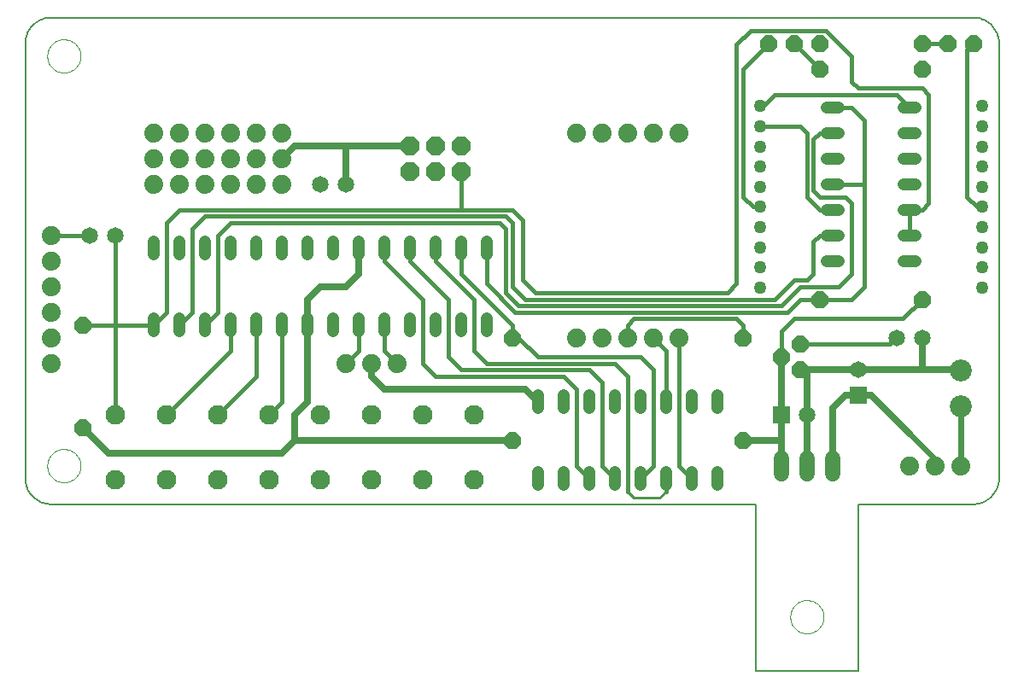
<source format=gtl>
G75*
G70*
%OFA0B0*%
%FSLAX24Y24*%
%IPPOS*%
%LPD*%
%AMOC8*
5,1,8,0,0,1.08239X$1,22.5*
%
%ADD10C,0.0080*%
%ADD11C,0.0480*%
%ADD12C,0.0740*%
%ADD13OC8,0.0660*%
%ADD14C,0.0600*%
%ADD15C,0.0000*%
%ADD16C,0.0650*%
%ADD17R,0.0650X0.0650*%
%ADD18C,0.0500*%
%ADD19C,0.0860*%
%ADD20C,0.0768*%
%ADD21OC8,0.0740*%
%ADD22C,0.0250*%
%ADD23C,0.0160*%
%ADD24C,0.0240*%
%ADD25C,0.0100*%
D10*
X002367Y006640D02*
X029867Y006640D01*
X029867Y000140D01*
X033867Y000140D01*
X033867Y006640D01*
X038367Y006640D01*
X038427Y006642D01*
X038488Y006647D01*
X038547Y006656D01*
X038606Y006669D01*
X038665Y006685D01*
X038722Y006705D01*
X038777Y006728D01*
X038832Y006755D01*
X038884Y006784D01*
X038935Y006817D01*
X038984Y006853D01*
X039030Y006891D01*
X039074Y006933D01*
X039116Y006977D01*
X039154Y007023D01*
X039190Y007072D01*
X039223Y007123D01*
X039252Y007175D01*
X039279Y007230D01*
X039302Y007285D01*
X039322Y007342D01*
X039338Y007401D01*
X039351Y007460D01*
X039360Y007519D01*
X039365Y007580D01*
X039367Y007640D01*
X039367Y024640D01*
X039365Y024700D01*
X039360Y024761D01*
X039351Y024820D01*
X039338Y024879D01*
X039322Y024938D01*
X039302Y024995D01*
X039279Y025050D01*
X039252Y025105D01*
X039223Y025157D01*
X039190Y025208D01*
X039154Y025257D01*
X039116Y025303D01*
X039074Y025347D01*
X039030Y025389D01*
X038984Y025427D01*
X038935Y025463D01*
X038884Y025496D01*
X038832Y025525D01*
X038777Y025552D01*
X038722Y025575D01*
X038665Y025595D01*
X038606Y025611D01*
X038547Y025624D01*
X038488Y025633D01*
X038427Y025638D01*
X038367Y025640D01*
X002367Y025640D01*
X002307Y025638D01*
X002246Y025633D01*
X002187Y025624D01*
X002128Y025611D01*
X002069Y025595D01*
X002012Y025575D01*
X001957Y025552D01*
X001902Y025525D01*
X001850Y025496D01*
X001799Y025463D01*
X001750Y025427D01*
X001704Y025389D01*
X001660Y025347D01*
X001618Y025303D01*
X001580Y025257D01*
X001544Y025208D01*
X001511Y025157D01*
X001482Y025105D01*
X001455Y025050D01*
X001432Y024995D01*
X001412Y024938D01*
X001396Y024879D01*
X001383Y024820D01*
X001374Y024761D01*
X001369Y024700D01*
X001367Y024640D01*
X001367Y007640D01*
X001369Y007580D01*
X001374Y007519D01*
X001383Y007460D01*
X001396Y007401D01*
X001412Y007342D01*
X001432Y007285D01*
X001455Y007230D01*
X001482Y007175D01*
X001511Y007123D01*
X001544Y007072D01*
X001580Y007023D01*
X001618Y006977D01*
X001660Y006933D01*
X001704Y006891D01*
X001750Y006853D01*
X001799Y006817D01*
X001850Y006784D01*
X001902Y006755D01*
X001957Y006728D01*
X002012Y006705D01*
X002069Y006685D01*
X002128Y006669D01*
X002187Y006656D01*
X002246Y006647D01*
X002307Y006642D01*
X002367Y006640D01*
D11*
X006367Y013400D02*
X006367Y013880D01*
X007367Y013880D02*
X007367Y013400D01*
X008367Y013400D02*
X008367Y013880D01*
X009367Y013880D02*
X009367Y013400D01*
X010367Y013400D02*
X010367Y013880D01*
X011367Y013880D02*
X011367Y013400D01*
X012367Y013400D02*
X012367Y013880D01*
X013367Y013880D02*
X013367Y013400D01*
X014367Y013400D02*
X014367Y013880D01*
X015367Y013880D02*
X015367Y013400D01*
X016367Y013400D02*
X016367Y013880D01*
X017367Y013880D02*
X017367Y013400D01*
X018367Y013400D02*
X018367Y013880D01*
X019367Y013880D02*
X019367Y013400D01*
X021367Y010880D02*
X021367Y010400D01*
X022367Y010400D02*
X022367Y010880D01*
X023367Y010880D02*
X023367Y010400D01*
X024367Y010400D02*
X024367Y010880D01*
X025367Y010880D02*
X025367Y010400D01*
X026367Y010400D02*
X026367Y010880D01*
X027367Y010880D02*
X027367Y010400D01*
X028367Y010400D02*
X028367Y010880D01*
X028367Y007880D02*
X028367Y007400D01*
X027367Y007400D02*
X027367Y007880D01*
X026367Y007880D02*
X026367Y007400D01*
X025367Y007400D02*
X025367Y007880D01*
X024367Y007880D02*
X024367Y007400D01*
X023367Y007400D02*
X023367Y007880D01*
X022367Y007880D02*
X022367Y007400D01*
X021367Y007400D02*
X021367Y007880D01*
X032627Y016140D02*
X033107Y016140D01*
X033107Y017140D02*
X032627Y017140D01*
X032627Y018140D02*
X033107Y018140D01*
X033107Y019140D02*
X032627Y019140D01*
X032627Y020140D02*
X033107Y020140D01*
X033107Y021140D02*
X032627Y021140D01*
X032627Y022140D02*
X033107Y022140D01*
X035627Y022140D02*
X036107Y022140D01*
X036107Y021140D02*
X035627Y021140D01*
X035627Y020140D02*
X036107Y020140D01*
X036107Y019140D02*
X035627Y019140D01*
X035627Y018140D02*
X036107Y018140D01*
X036107Y017140D02*
X035627Y017140D01*
X035627Y016140D02*
X036107Y016140D01*
X019367Y016400D02*
X019367Y016880D01*
X018367Y016880D02*
X018367Y016400D01*
X017367Y016400D02*
X017367Y016880D01*
X016367Y016880D02*
X016367Y016400D01*
X015367Y016400D02*
X015367Y016880D01*
X014367Y016880D02*
X014367Y016400D01*
X013367Y016400D02*
X013367Y016880D01*
X012367Y016880D02*
X012367Y016400D01*
X011367Y016400D02*
X011367Y016880D01*
X010367Y016880D02*
X010367Y016400D01*
X009367Y016400D02*
X009367Y016880D01*
X008367Y016880D02*
X008367Y016400D01*
X007367Y016400D02*
X007367Y016880D01*
X006367Y016880D02*
X006367Y016400D01*
D12*
X006367Y019140D03*
X007367Y019140D03*
X008367Y019140D03*
X009367Y019140D03*
X010367Y019140D03*
X011367Y019140D03*
X011367Y020140D03*
X010367Y020140D03*
X009367Y020140D03*
X008367Y020140D03*
X007367Y020140D03*
X006367Y020140D03*
X006367Y021140D03*
X007367Y021140D03*
X008367Y021140D03*
X009367Y021140D03*
X010367Y021140D03*
X011367Y021140D03*
X002367Y017140D03*
X002367Y016140D03*
X002367Y015140D03*
X002367Y014140D03*
X002367Y013140D03*
X002367Y012140D03*
X013867Y012140D03*
X014867Y012140D03*
X015867Y012140D03*
X022867Y013140D03*
X023867Y013140D03*
X024867Y013140D03*
X025867Y013140D03*
X026867Y013140D03*
X035867Y008140D03*
X036867Y008140D03*
X037867Y008140D03*
X026867Y021140D03*
X025867Y021140D03*
X024867Y021140D03*
X023867Y021140D03*
X022867Y021140D03*
D13*
X030367Y024640D03*
X031367Y024640D03*
X032367Y024640D03*
X032367Y023640D03*
X036367Y023640D03*
X036367Y024640D03*
X037367Y024640D03*
X038367Y024640D03*
X036367Y014640D03*
X032367Y014640D03*
X031617Y012890D03*
X030867Y012390D03*
X031617Y011890D03*
X029367Y013140D03*
X029367Y009140D03*
X020367Y009140D03*
X020367Y013140D03*
X003617Y013640D03*
X003617Y009640D03*
D14*
X030867Y008440D02*
X030867Y007840D01*
X031867Y007840D02*
X031867Y008440D01*
X032867Y008440D02*
X032867Y007840D01*
D15*
X031217Y002240D02*
X031219Y002290D01*
X031225Y002340D01*
X031235Y002390D01*
X031248Y002438D01*
X031265Y002486D01*
X031286Y002532D01*
X031310Y002576D01*
X031338Y002618D01*
X031369Y002658D01*
X031403Y002695D01*
X031440Y002730D01*
X031479Y002761D01*
X031520Y002790D01*
X031564Y002815D01*
X031610Y002837D01*
X031657Y002855D01*
X031705Y002869D01*
X031754Y002880D01*
X031804Y002887D01*
X031854Y002890D01*
X031905Y002889D01*
X031955Y002884D01*
X032005Y002875D01*
X032053Y002863D01*
X032101Y002846D01*
X032147Y002826D01*
X032192Y002803D01*
X032235Y002776D01*
X032275Y002746D01*
X032313Y002713D01*
X032348Y002677D01*
X032381Y002638D01*
X032410Y002597D01*
X032436Y002554D01*
X032459Y002509D01*
X032478Y002462D01*
X032493Y002414D01*
X032505Y002365D01*
X032513Y002315D01*
X032517Y002265D01*
X032517Y002215D01*
X032513Y002165D01*
X032505Y002115D01*
X032493Y002066D01*
X032478Y002018D01*
X032459Y001971D01*
X032436Y001926D01*
X032410Y001883D01*
X032381Y001842D01*
X032348Y001803D01*
X032313Y001767D01*
X032275Y001734D01*
X032235Y001704D01*
X032192Y001677D01*
X032147Y001654D01*
X032101Y001634D01*
X032053Y001617D01*
X032005Y001605D01*
X031955Y001596D01*
X031905Y001591D01*
X031854Y001590D01*
X031804Y001593D01*
X031754Y001600D01*
X031705Y001611D01*
X031657Y001625D01*
X031610Y001643D01*
X031564Y001665D01*
X031520Y001690D01*
X031479Y001719D01*
X031440Y001750D01*
X031403Y001785D01*
X031369Y001822D01*
X031338Y001862D01*
X031310Y001904D01*
X031286Y001948D01*
X031265Y001994D01*
X031248Y002042D01*
X031235Y002090D01*
X031225Y002140D01*
X031219Y002190D01*
X031217Y002240D01*
X002217Y008140D02*
X002219Y008190D01*
X002225Y008240D01*
X002235Y008290D01*
X002248Y008338D01*
X002265Y008386D01*
X002286Y008432D01*
X002310Y008476D01*
X002338Y008518D01*
X002369Y008558D01*
X002403Y008595D01*
X002440Y008630D01*
X002479Y008661D01*
X002520Y008690D01*
X002564Y008715D01*
X002610Y008737D01*
X002657Y008755D01*
X002705Y008769D01*
X002754Y008780D01*
X002804Y008787D01*
X002854Y008790D01*
X002905Y008789D01*
X002955Y008784D01*
X003005Y008775D01*
X003053Y008763D01*
X003101Y008746D01*
X003147Y008726D01*
X003192Y008703D01*
X003235Y008676D01*
X003275Y008646D01*
X003313Y008613D01*
X003348Y008577D01*
X003381Y008538D01*
X003410Y008497D01*
X003436Y008454D01*
X003459Y008409D01*
X003478Y008362D01*
X003493Y008314D01*
X003505Y008265D01*
X003513Y008215D01*
X003517Y008165D01*
X003517Y008115D01*
X003513Y008065D01*
X003505Y008015D01*
X003493Y007966D01*
X003478Y007918D01*
X003459Y007871D01*
X003436Y007826D01*
X003410Y007783D01*
X003381Y007742D01*
X003348Y007703D01*
X003313Y007667D01*
X003275Y007634D01*
X003235Y007604D01*
X003192Y007577D01*
X003147Y007554D01*
X003101Y007534D01*
X003053Y007517D01*
X003005Y007505D01*
X002955Y007496D01*
X002905Y007491D01*
X002854Y007490D01*
X002804Y007493D01*
X002754Y007500D01*
X002705Y007511D01*
X002657Y007525D01*
X002610Y007543D01*
X002564Y007565D01*
X002520Y007590D01*
X002479Y007619D01*
X002440Y007650D01*
X002403Y007685D01*
X002369Y007722D01*
X002338Y007762D01*
X002310Y007804D01*
X002286Y007848D01*
X002265Y007894D01*
X002248Y007942D01*
X002235Y007990D01*
X002225Y008040D01*
X002219Y008090D01*
X002217Y008140D01*
X002217Y024140D02*
X002219Y024190D01*
X002225Y024240D01*
X002235Y024290D01*
X002248Y024338D01*
X002265Y024386D01*
X002286Y024432D01*
X002310Y024476D01*
X002338Y024518D01*
X002369Y024558D01*
X002403Y024595D01*
X002440Y024630D01*
X002479Y024661D01*
X002520Y024690D01*
X002564Y024715D01*
X002610Y024737D01*
X002657Y024755D01*
X002705Y024769D01*
X002754Y024780D01*
X002804Y024787D01*
X002854Y024790D01*
X002905Y024789D01*
X002955Y024784D01*
X003005Y024775D01*
X003053Y024763D01*
X003101Y024746D01*
X003147Y024726D01*
X003192Y024703D01*
X003235Y024676D01*
X003275Y024646D01*
X003313Y024613D01*
X003348Y024577D01*
X003381Y024538D01*
X003410Y024497D01*
X003436Y024454D01*
X003459Y024409D01*
X003478Y024362D01*
X003493Y024314D01*
X003505Y024265D01*
X003513Y024215D01*
X003517Y024165D01*
X003517Y024115D01*
X003513Y024065D01*
X003505Y024015D01*
X003493Y023966D01*
X003478Y023918D01*
X003459Y023871D01*
X003436Y023826D01*
X003410Y023783D01*
X003381Y023742D01*
X003348Y023703D01*
X003313Y023667D01*
X003275Y023634D01*
X003235Y023604D01*
X003192Y023577D01*
X003147Y023554D01*
X003101Y023534D01*
X003053Y023517D01*
X003005Y023505D01*
X002955Y023496D01*
X002905Y023491D01*
X002854Y023490D01*
X002804Y023493D01*
X002754Y023500D01*
X002705Y023511D01*
X002657Y023525D01*
X002610Y023543D01*
X002564Y023565D01*
X002520Y023590D01*
X002479Y023619D01*
X002440Y023650D01*
X002403Y023685D01*
X002369Y023722D01*
X002338Y023762D01*
X002310Y023804D01*
X002286Y023848D01*
X002265Y023894D01*
X002248Y023942D01*
X002235Y023990D01*
X002225Y024040D01*
X002219Y024090D01*
X002217Y024140D01*
D16*
X003867Y017140D03*
X004867Y017140D03*
X012867Y019140D03*
X013867Y019140D03*
X031867Y010140D03*
X033867Y011890D03*
X035367Y013140D03*
X036367Y013140D03*
D17*
X033867Y010890D03*
X030867Y010140D03*
D18*
X030036Y015097D03*
X030036Y015884D03*
X030036Y016671D03*
X030036Y017459D03*
X030036Y018246D03*
X030036Y019034D03*
X030036Y019821D03*
X030036Y020609D03*
X030036Y021396D03*
X030036Y022183D03*
X038697Y022183D03*
X038697Y021396D03*
X038697Y020609D03*
X038697Y019821D03*
X038697Y019034D03*
X038697Y018246D03*
X038697Y017459D03*
X038697Y016671D03*
X038697Y015884D03*
X038697Y015097D03*
D19*
X037867Y011849D03*
X037867Y010471D03*
D20*
X018867Y010140D03*
X016867Y010140D03*
X014867Y010140D03*
X012867Y010140D03*
X010867Y010140D03*
X008867Y010140D03*
X006867Y010140D03*
X004867Y010140D03*
X004867Y007581D03*
X006867Y007581D03*
X008867Y007581D03*
X010867Y007581D03*
X012867Y007581D03*
X014867Y007581D03*
X016867Y007581D03*
X018867Y007581D03*
D21*
X018367Y019640D03*
X018367Y020640D03*
X017367Y020640D03*
X016367Y020640D03*
X016367Y019640D03*
X017367Y019640D03*
D22*
X016367Y020640D02*
X013867Y020640D01*
X013867Y019140D01*
X013867Y020640D02*
X011867Y020640D01*
X011367Y020140D01*
X014367Y016640D02*
X014367Y015640D01*
X013867Y015140D01*
X012867Y015140D01*
X012367Y014640D01*
X012367Y013640D01*
X012367Y010640D01*
X011867Y010140D01*
X011867Y009140D01*
X020367Y009140D01*
X021367Y010640D02*
X020867Y011140D01*
X015367Y011140D01*
X014867Y011640D01*
X014867Y012140D01*
X011867Y009140D02*
X011367Y008640D01*
X004617Y008640D01*
X003617Y009640D01*
X029367Y009140D02*
X030867Y009140D01*
X030867Y010140D01*
X030867Y012390D01*
X031617Y011890D02*
X031867Y011890D01*
X033867Y011890D01*
X036367Y011890D01*
X037825Y011890D01*
X037867Y011849D01*
X036367Y011890D02*
X036367Y013140D01*
X034367Y010890D02*
X033867Y010890D01*
X033367Y010890D01*
X032867Y010390D01*
X032867Y008140D01*
X031867Y008140D02*
X031867Y010140D01*
X031867Y011890D01*
X034367Y010890D02*
X035867Y009390D01*
X030867Y009140D02*
X030867Y008140D01*
D23*
X027367Y007640D02*
X026867Y008140D01*
X026867Y013140D01*
X026367Y012640D02*
X025867Y013140D01*
X026367Y012640D02*
X026367Y010640D01*
X024867Y011640D02*
X024867Y007140D01*
X025367Y007640D02*
X025867Y008140D01*
X025867Y011890D01*
X025367Y012390D01*
X021367Y012390D01*
X020617Y013140D01*
X020367Y013140D01*
X020367Y013640D01*
X018367Y015640D01*
X018367Y016640D01*
X019367Y016640D02*
X019367Y015258D01*
X020485Y014140D01*
X031117Y014140D01*
X031617Y014640D01*
X032367Y014640D01*
X033617Y014640D01*
X034117Y015140D01*
X034117Y019140D01*
X034117Y021640D01*
X033617Y022140D01*
X032867Y022140D01*
X033867Y022890D02*
X036367Y022890D01*
X036617Y022640D01*
X036617Y018390D01*
X036367Y018140D01*
X035867Y018140D01*
X035867Y017140D01*
X033617Y018390D02*
X033367Y018640D01*
X032367Y018640D01*
X032117Y018890D01*
X032117Y020890D01*
X032367Y021140D01*
X032867Y021140D01*
X031867Y021140D02*
X031611Y021396D01*
X030036Y021396D01*
X030036Y022183D02*
X030160Y022183D01*
X030617Y022640D01*
X035367Y022640D01*
X035867Y022140D01*
X033867Y022890D02*
X033617Y023140D01*
X033617Y024140D01*
X032617Y025140D01*
X029676Y025140D01*
X029117Y024581D01*
X029117Y015244D01*
X028763Y014890D01*
X021268Y014890D01*
X020768Y015390D01*
X020768Y017739D01*
X020367Y018140D01*
X018367Y018140D01*
X007367Y018140D01*
X006867Y017640D01*
X006867Y014140D01*
X006367Y013640D01*
X004867Y013640D01*
X004867Y010140D01*
X006867Y010140D02*
X009367Y012640D01*
X009367Y013640D01*
X008867Y014140D02*
X008367Y013640D01*
X008867Y014140D02*
X008867Y017140D01*
X009367Y017640D01*
X019867Y017640D01*
X020117Y017390D01*
X020117Y014890D01*
X020617Y014390D01*
X030867Y014390D01*
X031617Y015140D01*
X033117Y015140D01*
X033617Y015640D01*
X033617Y018390D01*
X032867Y018140D02*
X032367Y018140D01*
X031867Y018640D01*
X031867Y021140D01*
X032867Y019140D02*
X034117Y019140D01*
X032867Y017140D02*
X032367Y017140D01*
X032117Y016890D01*
X032117Y015640D01*
X031867Y015390D01*
X031367Y015390D01*
X030617Y014640D01*
X020867Y014640D01*
X020367Y015140D01*
X020367Y017640D01*
X020117Y017890D01*
X008367Y017890D01*
X007867Y017390D01*
X007867Y014140D01*
X007367Y013640D01*
X004867Y013640D02*
X003617Y013640D01*
X004867Y013640D02*
X004867Y017140D01*
X003867Y017140D02*
X002367Y017140D01*
X010367Y013640D02*
X010367Y011640D01*
X008867Y010140D01*
X010867Y010140D02*
X011367Y010640D01*
X011367Y013640D01*
X013867Y012140D02*
X014367Y012640D01*
X014367Y013640D01*
X015367Y013640D02*
X015367Y012640D01*
X015867Y012140D01*
X016867Y012140D02*
X016867Y014640D01*
X015367Y016140D01*
X015367Y016640D01*
X016367Y016640D02*
X016367Y016140D01*
X017867Y014640D01*
X017867Y012390D01*
X018367Y011890D01*
X023367Y011890D01*
X023867Y011390D01*
X023867Y008140D01*
X024367Y007640D01*
X023367Y007640D02*
X022867Y008140D01*
X022867Y011140D01*
X022367Y011640D01*
X017367Y011640D01*
X016867Y012140D01*
X018867Y012640D02*
X018867Y014640D01*
X017367Y016140D01*
X017367Y016640D01*
X018367Y018140D02*
X018367Y019640D01*
X024867Y013640D02*
X025117Y013890D01*
X029117Y013890D01*
X029367Y013640D01*
X029367Y013140D01*
X030867Y013390D02*
X030867Y012390D01*
X031617Y012890D02*
X035117Y012890D01*
X035367Y013140D01*
X035617Y013890D02*
X036367Y014640D01*
X035617Y013890D02*
X031367Y013890D01*
X030867Y013390D01*
X024867Y013640D02*
X024867Y013140D01*
X024367Y012140D02*
X019367Y012140D01*
X018867Y012640D01*
X024367Y012140D02*
X024867Y011640D01*
X026367Y007640D02*
X026367Y007140D01*
X029760Y018246D02*
X030036Y018246D01*
X029760Y018246D02*
X029367Y018640D01*
X029367Y023640D01*
X030367Y024640D01*
X031367Y024640D02*
X032367Y023640D01*
X036367Y024640D02*
X037367Y024640D01*
X038117Y024390D02*
X038367Y024640D01*
X038117Y024390D02*
X038117Y018640D01*
X038510Y018246D01*
X038697Y018246D01*
D24*
X037867Y010471D02*
X037867Y008140D01*
X036867Y008140D02*
X036867Y008390D01*
X035867Y009390D01*
D25*
X026367Y007140D02*
X026117Y006890D01*
X025117Y006890D01*
X024867Y007140D01*
M02*

</source>
